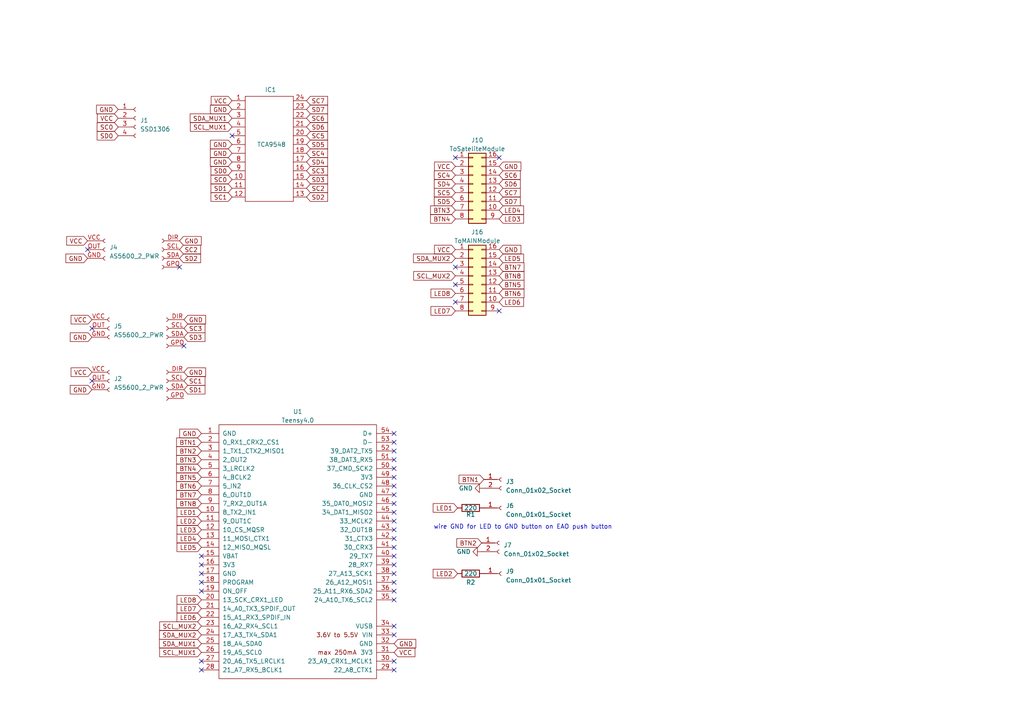
<source format=kicad_sch>
(kicad_sch (version 20230121) (generator eeschema)
  (paper "A4")
  (lib_symbols
    (symbol "Conn_01x03_Socket_1" (pin_names (offset 1.016) hide)
      (property "Reference" "J5" (at 1.27 0.635 0))
      (property "Value" "AS5600_2_PWR" (at 1.27 -1.905 0))
      (symbol "Conn_01x03_Socket_1_1_1"
        (arc (start 0 -2.032) (mid -0.5058 -2.54) (end 0 -3.048) (stroke (width 0.1524)))
        (polyline (pts (xy -1.27 -2.54) (xy -0.508 -2.54)) (stroke (width 0.1524)))
        (polyline (pts (xy -1.27 0) (xy -0.508 0)) (stroke (width 0.1524)))
        (polyline (pts (xy -1.27 2.54) (xy -0.508 2.54)) (stroke (width 0.1524)))
        (polyline (pts (xy 17.78 -2.54) (xy 17.018 -2.54)) (stroke (width 0.1524)))
        (polyline (pts (xy 17.78 0) (xy 17.018 0)) (stroke (width 0.1524)))
        (polyline (pts (xy 17.78 2.54) (xy 17.018 2.54)) (stroke (width 0.1524)))
        (polyline (pts (xy 17.7822 -5.08) (xy 17.0202 -5.08)) (stroke (width 0.1524)))
        (arc (start 0 0.508) (mid -0.5058 0) (end 0 -0.508) (stroke (width 0.1524)))
        (arc (start 0 3.048) (mid -0.5058 2.54) (end 0 2.032) (stroke (width 0.1524)))
        (arc (start 16.51 -3.048) (mid 17.0158 -2.54) (end 16.51 -2.032) (stroke (width 0.1524)))
        (arc (start 16.51 -0.508) (mid 17.0158 0) (end 16.51 0.508) (stroke (width 0.1524)))
        (arc (start 16.51 2.032) (mid 17.0158 2.54) (end 16.51 3.048) (stroke (width 0.1524)))
        (arc (start 16.5122 -5.588) (mid 17.018 -5.08) (end 16.5122 -4.572) (stroke (width 0.1524)))
        (pin passive line (at 21.59 2.54 180) (length 3.81) (name "Pin_4") (number "DIR"))
        (pin passive line (at -5.08 -2.54 0) (length 3.81) (name "Pin_3") (number "GND"))
        (pin passive line (at 21.59 -5.08 180) (length 3.81) (name "Pin_7") (number "GPO"))
        (pin passive line (at -5.08 0 0) (length 3.81) (name "Pin_2") (number "OUT"))
        (pin passive line (at 21.59 0 180) (length 3.81) (name "Pin_5") (number "SCL"))
        (pin passive line (at 21.59 -2.54 180) (length 3.81) (name "Pin_6") (number "SDA"))
        (pin passive line (at -5.08 2.54 0) (length 3.81) (name "Pin_1") (number "VCC"))
      )
    )
    (symbol "Conn_01x12_Socket_1" (pin_names (offset 1.016) hide)
      (property "Reference" "IC1" (at -1.905 15.875 0))
      (property "Value" "TCA9548" (at 0 0 0))
      (symbol "Conn_01x12_Socket_1_1_1"
        (rectangle (start -7.62 13.97) (end 6.35 -16.51))
        (pin passive line (at -11.43 12.7 0) (length 3.81) (name "VCC") (number "1"))
        (pin passive line (at -11.43 -10.16 0) (length 3.81) (name "SC0") (number "10"))
        (pin passive line (at -11.43 -12.7 0) (length 3.81) (name "SD1") (number "11"))
        (pin passive line (at -11.43 -15.24 0) (length 3.81) (name "SC1") (number "12"))
        (pin passive line (at 10.16 -15.24 180) (length 3.81) (name "SD2") (number "13"))
        (pin passive line (at 10.16 -12.7 180) (length 3.81) (name "SC2") (number "14"))
        (pin passive line (at 10.16 -10.16 180) (length 3.81) (name "SD3") (number "15"))
        (pin passive line (at 10.16 -7.62 180) (length 3.81) (name "SC3") (number "16"))
        (pin passive line (at 10.16 -5.08 180) (length 3.81) (name "SD4") (number "17"))
        (pin passive line (at 10.16 -2.54 180) (length 3.81) (name "SC4") (number "18"))
        (pin passive line (at 10.16 0 180) (length 3.81) (name "SD5") (number "19"))
        (pin passive line (at -11.43 10.16 0) (length 3.81) (name "GND") (number "2"))
        (pin passive line (at 10.16 2.54 180) (length 3.81) (name "SC5") (number "20"))
        (pin passive line (at 10.16 5.08 180) (length 3.81) (name "SD6") (number "21"))
        (pin passive line (at 10.16 7.62 180) (length 3.81) (name "SC6") (number "22"))
        (pin passive line (at 10.16 10.16 180) (length 3.81) (name "SD7") (number "23"))
        (pin passive line (at 10.16 12.7 180) (length 3.81) (name "SC7") (number "24"))
        (pin passive line (at -11.43 7.62 0) (length 3.81) (name "SDA") (number "3"))
        (pin passive line (at -11.43 5.08 0) (length 3.81) (name "SCL") (number "4"))
        (pin passive line (at -11.43 2.54 0) (length 3.81) (name "Pin_5") (number "5"))
        (pin passive line (at -11.43 0 0) (length 3.81) (name "A0") (number "6"))
        (pin passive line (at -11.43 -2.54 0) (length 3.81) (name "A1") (number "7"))
        (pin passive line (at -11.43 -5.08 0) (length 3.81) (name "A2") (number "8"))
        (pin passive line (at -11.43 -7.62 0) (length 3.81) (name "SD0") (number "9"))
      )
    )
    (symbol "Connector:Conn_01x01_Socket" (pin_names (offset 1.016) hide)
      (property "Reference" "J" (at 0 2.54 0))
      (property "Value" "Conn_01x01_Socket" (at 0 -2.54 0))
      (symbol "Conn_01x01_Socket_1_1"
        (polyline (pts (xy -1.27 0) (xy -0.508 0)) (stroke (width 0.1524)))
        (arc (start 0 0.508) (mid -0.5058 0) (end 0 -0.508) (stroke (width 0.1524)))
        (pin passive line (at -5.08 0 0) (length 3.81) (name "Pin_1") (number "1"))
      )
    )
    (symbol "Connector:Conn_01x02_Socket" (pin_names (offset 1.016) hide)
      (property "Reference" "J" (at 0 2.54 0))
      (property "Value" "Conn_01x02_Socket" (at 0 -5.08 0))
      (symbol "Conn_01x02_Socket_1_1"
        (arc (start 0 -2.032) (mid -0.5058 -2.54) (end 0 -3.048) (stroke (width 0.1524)))
        (polyline (pts (xy -1.27 -2.54) (xy -0.508 -2.54)) (stroke (width 0.1524)))
        (polyline (pts (xy -1.27 0) (xy -0.508 0)) (stroke (width 0.1524)))
        (arc (start 0 0.508) (mid -0.5058 0) (end 0 -0.508) (stroke (width 0.1524)))
        (pin passive line (at -5.08 0 0) (length 3.81) (name "Pin_1") (number "1"))
        (pin passive line (at -5.08 -2.54 0) (length 3.81) (name "Pin_2") (number "2"))
      )
    )
    (symbol "Connector:Conn_01x04_Socket" (pin_names (offset 1.016) hide)
      (property "Reference" "J" (at 0 5.08 0))
      (property "Value" "Conn_01x04_Socket" (at 0 -7.62 0))
      (symbol "Conn_01x04_Socket_1_1"
        (arc (start 0 -4.572) (mid -0.5058 -5.08) (end 0 -5.588) (stroke (width 0.1524)))
        (arc (start 0 -2.032) (mid -0.5058 -2.54) (end 0 -3.048) (stroke (width 0.1524)))
        (polyline (pts (xy -1.27 -5.08) (xy -0.508 -5.08)) (stroke (width 0.1524)))
        (polyline (pts (xy -1.27 -2.54) (xy -0.508 -2.54)) (stroke (width 0.1524)))
        (polyline (pts (xy -1.27 0) (xy -0.508 0)) (stroke (width 0.1524)))
        (polyline (pts (xy -1.27 2.54) (xy -0.508 2.54)) (stroke (width 0.1524)))
        (arc (start 0 0.508) (mid -0.5058 0) (end 0 -0.508) (stroke (width 0.1524)))
        (arc (start 0 3.048) (mid -0.5058 2.54) (end 0 2.032) (stroke (width 0.1524)))
        (pin passive line (at -5.08 2.54 0) (length 3.81) (name "Pin_1") (number "1"))
        (pin passive line (at -5.08 0 0) (length 3.81) (name "Pin_2") (number "2"))
        (pin passive line (at -5.08 -2.54 0) (length 3.81) (name "Pin_3") (number "3"))
        (pin passive line (at -5.08 -5.08 0) (length 3.81) (name "Pin_4") (number "4"))
      )
    )
    (symbol "Connector_Generic:Conn_02x08_Counter_Clockwise" (pin_names (offset 1.016) hide)
      (property "Reference" "J" (at 1.27 10.16 0))
      (property "Value" "Conn_02x08_Counter_Clockwise" (at 1.27 -12.7 0))
      (symbol "Conn_02x08_Counter_Clockwise_1_1"
        (rectangle (start -1.27 -10.033) (end 0 -10.287) (stroke (width 0.1524)))
        (rectangle (start -1.27 -7.493) (end 0 -7.747) (stroke (width 0.1524)))
        (rectangle (start -1.27 -4.953) (end 0 -5.207) (stroke (width 0.1524)))
        (rectangle (start -1.27 -2.413) (end 0 -2.667) (stroke (width 0.1524)))
        (rectangle (start -1.27 0.127) (end 0 -0.127) (stroke (width 0.1524)))
        (rectangle (start -1.27 2.667) (end 0 2.413) (stroke (width 0.1524)))
        (rectangle (start -1.27 5.207) (end 0 4.953) (stroke (width 0.1524)))
        (rectangle (start -1.27 7.747) (end 0 7.493) (stroke (width 0.1524)))
        (rectangle (start -1.27 8.89) (end 3.81 -11.43) (stroke (width 0.254)) (fill (type background)))
        (rectangle (start 3.81 -10.033) (end 2.54 -10.287) (stroke (width 0.1524)))
        (rectangle (start 3.81 -7.493) (end 2.54 -7.747) (stroke (width 0.1524)))
        (rectangle (start 3.81 -4.953) (end 2.54 -5.207) (stroke (width 0.1524)))
        (rectangle (start 3.81 -2.413) (end 2.54 -2.667) (stroke (width 0.1524)))
        (rectangle (start 3.81 0.127) (end 2.54 -0.127) (stroke (width 0.1524)))
        (rectangle (start 3.81 2.667) (end 2.54 2.413) (stroke (width 0.1524)))
        (rectangle (start 3.81 5.207) (end 2.54 4.953) (stroke (width 0.1524)))
        (rectangle (start 3.81 7.747) (end 2.54 7.493) (stroke (width 0.1524)))
        (pin passive line (at -5.08 7.62 0) (length 3.81) (name "Pin_1") (number "1"))
        (pin passive line (at 7.62 -7.62 180) (length 3.81) (name "Pin_10") (number "10"))
        (pin passive line (at 7.62 -5.08 180) (length 3.81) (name "Pin_11") (number "11"))
        (pin passive line (at 7.62 -2.54 180) (length 3.81) (name "Pin_12") (number "12"))
        (pin passive line (at 7.62 0 180) (length 3.81) (name "Pin_13") (number "13"))
        (pin passive line (at 7.62 2.54 180) (length 3.81) (name "Pin_14") (number "14"))
        (pin passive line (at 7.62 5.08 180) (length 3.81) (name "Pin_15") (number "15"))
        (pin passive line (at 7.62 7.62 180) (length 3.81) (name "Pin_16") (number "16"))
        (pin passive line (at -5.08 5.08 0) (length 3.81) (name "Pin_2") (number "2"))
        (pin passive line (at -5.08 2.54 0) (length 3.81) (name "Pin_3") (number "3"))
        (pin passive line (at -5.08 0 0) (length 3.81) (name "Pin_4") (number "4"))
        (pin passive line (at -5.08 -2.54 0) (length 3.81) (name "Pin_5") (number "5"))
        (pin passive line (at -5.08 -5.08 0) (length 3.81) (name "Pin_6") (number "6"))
        (pin passive line (at -5.08 -7.62 0) (length 3.81) (name "Pin_7") (number "7"))
        (pin passive line (at -5.08 -10.16 0) (length 3.81) (name "Pin_8") (number "8"))
        (pin passive line (at 7.62 -10.16 180) (length 3.81) (name "Pin_9") (number "9"))
      )
    )
    (symbol "Device:R" (pin_numbers hide) (pin_names (offset 0))
      (property "Reference" "R" (at 2.032 0 90))
      (property "Value" "R" (at 0 0 90))
      (symbol "R_0_1"
        (rectangle (start -1.016 -2.54) (end 1.016 2.54) (stroke (width 0.254)))
      )
      (symbol "R_1_1"
        (pin passive line (at 0 3.81 270) (length 1.27) (name "~") (number "1"))
        (pin passive line (at 0 -3.81 90) (length 1.27) (name "~") (number "2"))
      )
    )
    (symbol "Teensy:Teensy4.0" (pin_names (offset 1.016))
      (property "Reference" "U" (at 0 39.37 0))
      (property "Value" "Teensy4.0" (at 0 -39.37 0))
      (symbol "Teensy4.0_0_0"
        (text "3.6V to 5.5V" (at 11.43 -24.13 0) (effects (font (size 1.27 1.27))))
        (text "max 250mA" (at 11.43 -29.21 0) (effects (font (size 1.27 1.27))))
        (pin bidirectional line (at -27.94 11.43 0) (length 5.08) (name "8_TX2_IN1") (number "10"))
        (pin bidirectional line (at -27.94 8.89 0) (length 5.08) (name "9_OUT1C") (number "11"))
        (pin bidirectional line (at -27.94 6.35 0) (length 5.08) (name "10_CS_MQSR") (number "12"))
        (pin bidirectional line (at -27.94 3.81 0) (length 5.08) (name "11_MOSI_CTX1") (number "13"))
        (pin bidirectional line (at -27.94 1.27 0) (length 5.08) (name "12_MISO_MQSL") (number "14"))
        (pin power_in line (at -27.94 -1.27 0) (length 5.08) (name "VBAT") (number "15"))
        (pin power_in line (at -27.94 -3.81 0) (length 5.08) (name "3V3") (number "16"))
        (pin power_in line (at -27.94 -6.35 0) (length 5.08) (name "GND") (number "17"))
        (pin input line (at -27.94 -8.89 0) (length 5.08) (name "PROGRAM") (number "18"))
        (pin input line (at -27.94 -11.43 0) (length 5.08) (name "ON_OFF") (number "19"))
        (pin bidirectional line (at -27.94 -13.97 0) (length 5.08) (name "13_SCK_CRX1_LED") (number "20"))
        (pin bidirectional line (at -27.94 -16.51 0) (length 5.08) (name "14_A0_TX3_SPDIF_OUT") (number "21"))
        (pin bidirectional line (at -27.94 -19.05 0) (length 5.08) (name "15_A1_RX3_SPDIF_IN") (number "22"))
        (pin bidirectional line (at -27.94 -21.59 0) (length 5.08) (name "16_A2_RX4_SCL1") (number "23"))
        (pin bidirectional line (at -27.94 -24.13 0) (length 5.08) (name "17_A3_TX4_SDA1") (number "24"))
        (pin bidirectional line (at -27.94 -26.67 0) (length 5.08) (name "18_A4_SDA0") (number "25"))
        (pin bidirectional line (at -27.94 -29.21 0) (length 5.08) (name "19_A5_SCL0") (number "26"))
        (pin bidirectional line (at -27.94 -31.75 0) (length 5.08) (name "20_A6_TX5_LRCLK1") (number "27"))
        (pin bidirectional line (at -27.94 -34.29 0) (length 5.08) (name "21_A7_RX5_BCLK1") (number "28"))
        (pin bidirectional line (at 27.94 -34.29 180) (length 5.08) (name "22_A8_CTX1") (number "29"))
        (pin bidirectional line (at 27.94 -31.75 180) (length 5.08) (name "23_A9_CRX1_MCLK1") (number "30"))
        (pin power_out line (at 27.94 -29.21 180) (length 5.08) (name "3V3") (number "31"))
        (pin power_in line (at 27.94 -26.67 180) (length 5.08) (name "GND") (number "32"))
        (pin power_in line (at 27.94 -24.13 180) (length 5.08) (name "VIN") (number "33"))
        (pin power_out line (at 27.94 -21.59 180) (length 5.08) (name "VUSB") (number "34"))
        (pin bidirectional line (at 27.94 -13.97 180) (length 5.08) (name "24_A10_TX6_SCL2") (number "35"))
        (pin bidirectional line (at 27.94 -11.43 180) (length 5.08) (name "25_A11_RX6_SDA2") (number "36"))
        (pin bidirectional line (at 27.94 -8.89 180) (length 5.08) (name "26_A12_MOSI1") (number "37"))
        (pin bidirectional line (at 27.94 -6.35 180) (length 5.08) (name "27_A13_SCK1") (number "38"))
        (pin bidirectional line (at 27.94 -3.81 180) (length 5.08) (name "28_RX7") (number "39"))
        (pin bidirectional line (at 27.94 -1.27 180) (length 5.08) (name "29_TX7") (number "40"))
        (pin bidirectional line (at 27.94 1.27 180) (length 5.08) (name "30_CRX3") (number "41"))
        (pin bidirectional line (at 27.94 3.81 180) (length 5.08) (name "31_CTX3") (number "42"))
        (pin bidirectional line (at 27.94 6.35 180) (length 5.08) (name "32_OUT1B") (number "43"))
        (pin bidirectional line (at 27.94 8.89 180) (length 5.08) (name "33_MCLK2") (number "44"))
        (pin bidirectional line (at 27.94 11.43 180) (length 5.08) (name "34_DAT1_MISO2") (number "45"))
        (pin bidirectional line (at 27.94 13.97 180) (length 5.08) (name "35_DAT0_MOSI2") (number "46"))
        (pin power_out line (at 27.94 16.51 180) (length 5.08) (name "GND") (number "47"))
        (pin bidirectional line (at 27.94 19.05 180) (length 5.08) (name "36_CLK_CS2") (number "48"))
        (pin power_out line (at 27.94 21.59 180) (length 5.08) (name "3V3") (number "49"))
        (pin bidirectional line (at -27.94 24.13 0) (length 5.08) (name "3_LRCLK2") (number "5"))
        (pin bidirectional line (at 27.94 24.13 180) (length 5.08) (name "37_CMD_SCK2") (number "50"))
        (pin bidirectional line (at 27.94 26.67 180) (length 5.08) (name "38_DAT3_RX5") (number "51"))
        (pin bidirectional line (at 27.94 29.21 180) (length 5.08) (name "39_DAT2_TX5") (number "52"))
        (pin bidirectional line (at 27.94 31.75 180) (length 5.08) (name "D-") (number "53"))
        (pin bidirectional line (at 27.94 34.29 180) (length 5.08) (name "D+") (number "54"))
        (pin bidirectional line (at -27.94 21.59 0) (length 5.08) (name "4_BCLK2") (number "6"))
        (pin bidirectional line (at -27.94 19.05 0) (length 5.08) (name "5_IN2") (number "7"))
        (pin bidirectional line (at -27.94 16.51 0) (length 5.08) (name "6_OUT1D") (number "8"))
        (pin bidirectional line (at -27.94 13.97 0) (length 5.08) (name "7_RX2_OUT1A") (number "9"))
      )
      (symbol "Teensy4.0_0_1"
        (rectangle (start -22.86 36.83) (end 22.86 -36.83))
        (rectangle (start -20.32 -31.75) (end -20.32 -31.75))
      )
      (symbol "Teensy4.0_1_1"
        (pin power_in line (at -27.94 34.29 0) (length 5.08) (name "GND") (number "1"))
        (pin bidirectional line (at -27.94 31.75 0) (length 5.08) (name "0_RX1_CRX2_CS1") (number "2"))
        (pin bidirectional line (at -27.94 29.21 0) (length 5.08) (name "1_TX1_CTX2_MISO1") (number "3"))
        (pin bidirectional line (at -27.94 26.67 0) (length 5.08) (name "2_OUT2") (number "4"))
      )
    )
    (symbol "power:GND" (power) (pin_names (offset 0))
      (property "Value" "GND" (at 0 -3.81 0))
      (symbol "GND_0_1"
        (polyline (pts (xy 0 0) (xy 0 -1.27) (xy 1.27 -1.27) (xy 0 -2.54) (xy -1.27 -1.27) (xy 0 -1.27)))
      )
      (symbol "GND_1_1"
        (pin power_in line (at 0 0 270) (length 0) hide (name "GND") (number "1"))
      )
    )
  )
  (no_connect (at 58.42 168.91))
  (no_connect (at 114.3 161.29))
  (no_connect (at 58.42 166.37))
  (no_connect (at 114.3 184.15))
  (no_connect (at 114.3 143.51))
  (no_connect (at 132.08 82.55))
  (no_connect (at 114.3 151.13))
  (no_connect (at 114.3 133.35))
  (no_connect (at 114.3 140.97))
  (no_connect (at 114.3 128.27))
  (no_connect (at 114.3 173.99))
  (no_connect (at 114.3 168.91))
  (no_connect (at 114.3 163.83))
  (no_connect (at 132.08 45.72))
  (no_connect (at 58.42 191.77))
  (no_connect (at 114.3 148.59))
  (no_connect (at 114.3 156.21))
  (no_connect (at 25.4 72.39))
  (no_connect (at 114.3 171.45))
  (no_connect (at 114.3 181.61))
  (no_connect (at 67.31 39.37))
  (no_connect (at 58.42 171.45))
  (no_connect (at 58.42 163.83))
  (no_connect (at 132.08 87.63))
  (no_connect (at 58.42 161.29))
  (no_connect (at 53.34 100.33))
  (no_connect (at 114.3 194.31))
  (no_connect (at 114.3 146.05))
  (no_connect (at 114.3 158.75))
  (no_connect (at 114.3 191.77))
  (no_connect (at 26.67 110.49))
  (no_connect (at 114.3 166.37))
  (no_connect (at 144.78 90.17))
  (no_connect (at 114.3 135.89))
  (no_connect (at 144.78 45.72))
  (no_connect (at 52.07 77.47))
  (no_connect (at 114.3 130.81))
  (no_connect (at 114.3 153.67))
  (no_connect (at 58.42 194.31))
  (no_connect (at 132.08 77.47))
  (no_connect (at 114.3 138.43))
  (no_connect (at 114.3 125.73))
  (no_connect (at 26.67 95.25))
  (text "wire GND for LED to GND button on EAO push button " (at 125.73 153.67 0) (effects (font (size 1.27 1.27)) (justify left bottom)))
  (global_label "VCC" (shape input) (at 114.3 189.23 0) (property "Intersheetrefs" "${INTERSHEET_REFS}" (effects hide)))
  (global_label "SC5" (shape input) (at 88.9 39.37 0) (property "Intersheetrefs" "${INTERSHEET_REFS}" (effects hide)))
  (global_label "BTN6" (shape input) (at 58.42 140.97 180) (property "Intersheetrefs" "${INTERSHEET_REFS}" (effects hide)))
  (global_label "GND" (shape input) (at 26.67 113.03 180) (property "Intersheetrefs" "${INTERSHEET_REFS}" (effects hide)))
  (global_label "GND" (shape input) (at 144.78 48.26 0) (property "Intersheetrefs" "${INTERSHEET_REFS}" (effects hide)))
  (global_label "SC1" (shape input) (at 67.31 57.15 180) (property "Intersheetrefs" "${INTERSHEET_REFS}" (effects hide)))
  (global_label "BTN6" (shape input) (at 144.78 85.09 0) (property "Intersheetrefs" "${INTERSHEET_REFS}" (effects hide)))
  (global_label "BTN8" (shape input) (at 58.42 146.05 180) (property "Intersheetrefs" "${INTERSHEET_REFS}" (effects hide)))
  (global_label "SD5" (shape input) (at 88.9 41.91 0) (property "Intersheetrefs" "${INTERSHEET_REFS}" (effects hide)))
  (global_label "SD3" (shape input) (at 88.9 52.07 0) (property "Intersheetrefs" "${INTERSHEET_REFS}" (effects hide)))
  (global_label "SC4" (shape input) (at 88.9 44.45 0) (property "Intersheetrefs" "${INTERSHEET_REFS}" (effects hide)))
  (global_label "LED6" (shape input) (at 144.78 87.63 0) (property "Intersheetrefs" "${INTERSHEET_REFS}" (effects hide)))
  (global_label "BTN3" (shape input) (at 58.42 133.35 180) (property "Intersheetrefs" "${INTERSHEET_REFS}" (effects hide)))
  (global_label "VCC" (shape input) (at 26.67 107.95 180) (property "Intersheetrefs" "${INTERSHEET_REFS}" (effects hide)))
  (global_label "SCL_MUX1" (shape input) (at 58.42 189.23 180) (property "Intersheetrefs" "${INTERSHEET_REFS}" (effects hide)))
  (global_label "BTN1" (shape input) (at 140.335 139.065 180) (property "Intersheetrefs" "${INTERSHEET_REFS}" (effects hide)))
  (global_label "SC6" (shape input) (at 88.9 34.29 0) (property "Intersheetrefs" "${INTERSHEET_REFS}" (effects hide)))
  (global_label "GND" (shape input) (at 25.4 74.93 180) (property "Intersheetrefs" "${INTERSHEET_REFS}" (effects hide)))
  (global_label "LED4" (shape input) (at 144.78 60.96 0) (property "Intersheetrefs" "${INTERSHEET_REFS}" (effects hide)))
  (global_label "BTN7" (shape input) (at 58.42 143.51 180) (property "Intersheetrefs" "${INTERSHEET_REFS}" (effects hide)))
  (global_label "BTN5" (shape input) (at 144.78 82.55 0) (property "Intersheetrefs" "${INTERSHEET_REFS}" (effects hide)))
  (global_label "GND" (shape input) (at 67.31 46.99 180) (property "Intersheetrefs" "${INTERSHEET_REFS}" (effects hide)))
  (global_label "SD1" (shape input) (at 67.31 54.61 180) (property "Intersheetrefs" "${INTERSHEET_REFS}" (effects hide)))
  (global_label "SD6" (shape input) (at 88.9 36.83 0) (property "Intersheetrefs" "${INTERSHEET_REFS}" (effects hide)))
  (global_label "SD7" (shape input) (at 88.9 31.75 0) (property "Intersheetrefs" "${INTERSHEET_REFS}" (effects hide)))
  (global_label "GND" (shape input) (at 52.07 69.85 0) (property "Intersheetrefs" "${INTERSHEET_REFS}" (effects hide)))
  (global_label "SD3" (shape input) (at 53.34 97.79 0) (property "Intersheetrefs" "${INTERSHEET_REFS}" (effects hide)))
  (global_label "LED5" (shape input) (at 144.78 74.93 0) (property "Intersheetrefs" "${INTERSHEET_REFS}" (effects hide)))
  (global_label "SCL_MUX2" (shape input) (at 132.08 80.01 180) (property "Intersheetrefs" "${INTERSHEET_REFS}" (effects hide)))
  (global_label "SC1" (shape input) (at 53.34 110.49 0) (property "Intersheetrefs" "${INTERSHEET_REFS}" (effects hide)))
  (global_label "SC3" (shape input) (at 88.9 49.53 0) (property "Intersheetrefs" "${INTERSHEET_REFS}" (effects hide)))
  (global_label "GND" (shape input) (at 53.34 107.95 0) (property "Intersheetrefs" "${INTERSHEET_REFS}" (effects hide)))
  (global_label "SD4" (shape input) (at 132.08 53.34 180) (property "Intersheetrefs" "${INTERSHEET_REFS}" (effects hide)))
  (global_label "SCL_MUX2" (shape input) (at 58.42 181.61 180) (property "Intersheetrefs" "${INTERSHEET_REFS}" (effects hide)))
  (global_label "LED1" (shape input) (at 58.42 148.59 180) (property "Intersheetrefs" "${INTERSHEET_REFS}" (effects hide)))
  (global_label "SC7" (shape input) (at 88.9 29.21 0) (property "Intersheetrefs" "${INTERSHEET_REFS}" (effects hide)))
  (global_label "BTN4" (shape input) (at 132.08 63.5 180) (property "Intersheetrefs" "${INTERSHEET_REFS}" (effects hide)))
  (global_label "VCC" (shape input) (at 132.08 72.39 180) (property "Intersheetrefs" "${INTERSHEET_REFS}" (effects hide)))
  (global_label "SC2" (shape input) (at 52.07 72.39 0) (property "Intersheetrefs" "${INTERSHEET_REFS}" (effects hide)))
  (global_label "SD5" (shape input) (at 132.08 58.42 180) (property "Intersheetrefs" "${INTERSHEET_REFS}" (effects hide)))
  (global_label "BTN2" (shape input) (at 139.7 157.48 180) (property "Intersheetrefs" "${INTERSHEET_REFS}" (effects hide)))
  (global_label "VCC" (shape input) (at 34.29 34.29 180) (property "Intersheetrefs" "${INTERSHEET_REFS}" (effects hide)))
  (global_label "GND" (shape input) (at 67.31 41.91 180) (property "Intersheetrefs" "${INTERSHEET_REFS}" (effects hide)))
  (global_label "SC2" (shape input) (at 88.9 54.61 0) (property "Intersheetrefs" "${INTERSHEET_REFS}" (effects hide)))
  (global_label "GND" (shape input) (at 67.31 31.75 180) (property "Intersheetrefs" "${INTERSHEET_REFS}" (effects hide)))
  (global_label "LED2" (shape input) (at 132.715 166.37 180) (property "Intersheetrefs" "${INTERSHEET_REFS}" (effects hide)))
  (global_label "VCC" (shape input) (at 132.08 48.26 180) (property "Intersheetrefs" "${INTERSHEET_REFS}" (effects hide)))
  (global_label "SD0" (shape input) (at 34.29 39.37 180) (property "Intersheetrefs" "${INTERSHEET_REFS}" (effects hide)))
  (global_label "SC3" (shape input) (at 53.34 95.25 0) (property "Intersheetrefs" "${INTERSHEET_REFS}" (effects hide)))
  (global_label "LED3" (shape input) (at 144.78 63.5 0) (property "Intersheetrefs" "${INTERSHEET_REFS}" (effects hide)))
  (global_label "LED4" (shape input) (at 58.42 156.21 180) (property "Intersheetrefs" "${INTERSHEET_REFS}" (effects hide)))
  (global_label "VCC" (shape input) (at 26.67 92.71 180) (property "Intersheetrefs" "${INTERSHEET_REFS}" (effects hide)))
  (global_label "LED2" (shape input) (at 58.42 151.13 180) (property "Intersheetrefs" "${INTERSHEET_REFS}" (effects hide)))
  (global_label "SC0" (shape input) (at 34.29 36.83 180) (property "Intersheetrefs" "${INTERSHEET_REFS}" (effects hide)))
  (global_label "SD4" (shape input) (at 88.9 46.99 0) (property "Intersheetrefs" "${INTERSHEET_REFS}" (effects hide)))
  (global_label "LED7" (shape input) (at 132.08 90.17 180) (property "Intersheetrefs" "${INTERSHEET_REFS}" (effects hide)))
  (global_label "SD1" (shape input) (at 53.34 113.03 0) (property "Intersheetrefs" "${INTERSHEET_REFS}" (effects hide)))
  (global_label "GND" (shape input) (at 114.3 186.69 0) (property "Intersheetrefs" "${INTERSHEET_REFS}" (effects hide)))
  (global_label "GND" (shape input) (at 144.78 72.39 0) (property "Intersheetrefs" "${INTERSHEET_REFS}" (effects hide)))
  (global_label "SD6" (shape input) (at 144.78 53.34 0) (property "Intersheetrefs" "${INTERSHEET_REFS}" (effects hide)))
  (global_label "SC5" (shape input) (at 132.08 55.88 180) (property "Intersheetrefs" "${INTERSHEET_REFS}" (effects hide)))
  (global_label "BTN3" (shape input) (at 132.08 60.96 180) (property "Intersheetrefs" "${INTERSHEET_REFS}" (effects hide)))
  (global_label "SDA_MUX1" (shape input) (at 58.42 186.69 180) (property "Intersheetrefs" "${INTERSHEET_REFS}" (effects hide)))
  (global_label "GND" (shape input) (at 34.29 31.75 180) (property "Intersheetrefs" "${INTERSHEET_REFS}" (effects hide)))
  (global_label "LED6" (shape input) (at 58.42 179.07 180) (property "Intersheetrefs" "${INTERSHEET_REFS}" (effects hide)))
  (global_label "LED8" (shape input) (at 132.08 85.09 180) (property "Intersheetrefs" "${INTERSHEET_REFS}" (effects hide)))
  (global_label "LED3" (shape input) (at 58.42 153.67 180) (property "Intersheetrefs" "${INTERSHEET_REFS}" (effects hide)))
  (global_label "GND" (shape input) (at 58.42 125.73 180) (property "Intersheetrefs" "${INTERSHEET_REFS}" (effects hide)))
  (global_label "SC6" (shape input) (at 144.78 50.8 0) (property "Intersheetrefs" "${INTERSHEET_REFS}" (effects hide)))
  (global_label "BTN7" (shape input) (at 144.78 77.47 0) (property "Intersheetrefs" "${INTERSHEET_REFS}" (effects hide)))
  (global_label "BTN2" (shape input) (at 58.42 130.81 180) (property "Intersheetrefs" "${INTERSHEET_REFS}" (effects hide)))
  (global_label "SCL_MUX1" (shape input) (at 67.31 36.83 180) (property "Intersheetrefs" "${INTERSHEET_REFS}" (effects hide)))
  (global_label "VCC" (shape input) (at 25.4 69.85 180) (property "Intersheetrefs" "${INTERSHEET_REFS}" (effects hide)))
  (global_label "VCC" (shape input) (at 67.31 29.21 180) (property "Intersheetrefs" "${INTERSHEET_REFS}" (effects hide)))
  (global_label "BTN8" (shape input) (at 144.78 80.01 0) (property "Intersheetrefs" "${INTERSHEET_REFS}" (effects hide)))
  (global_label "SC7" (shape input) (at 144.78 55.88 0) (property "Intersheetrefs" "${INTERSHEET_REFS}" (effects hide)))
  (global_label "BTN5" (shape input) (at 58.42 138.43 180) (property "Intersheetrefs" "${INTERSHEET_REFS}" (effects hide)))
  (global_label "GND" (shape input) (at 26.67 97.79 180) (property "Intersheetrefs" "${INTERSHEET_REFS}" (effects hide)))
  (global_label "LED5" (shape input) (at 58.42 158.75 180) (property "Intersheetrefs" "${INTERSHEET_REFS}" (effects hide)))
  (global_label "SD2" (shape input) (at 88.9 57.15 0) (property "Intersheetrefs" "${INTERSHEET_REFS}" (effects hide)))
  (global_label "LED1" (shape input) (at 132.715 147.32 180) (property "Intersheetrefs" "${INTERSHEET_REFS}" (effects hide)))
  (global_label "SDA_MUX2" (shape input) (at 58.42 184.15 180) (property "Intersheetrefs" "${INTERSHEET_REFS}" (effects hide)))
  (global_label "GND" (shape input) (at 67.31 44.45 180) (property "Intersheetrefs" "${INTERSHEET_REFS}" (effects hide)))
  (global_label "LED8" (shape input) (at 58.42 173.99 180) (property "Intersheetrefs" "${INTERSHEET_REFS}" (effects hide)))
  (global_label "SD7" (shape input) (at 144.78 58.42 0) (property "Intersheetrefs" "${INTERSHEET_REFS}" (effects hide)))
  (global_label "GND" (shape input) (at 53.34 92.71 0) (property "Intersheetrefs" "${INTERSHEET_REFS}" (effects hide)))
  (global_label "SC0" (shape input) (at 67.31 52.07 180) (property "Intersheetrefs" "${INTERSHEET_REFS}" (effects hide)))
  (global_label "SDA_MUX2" (shape input) (at 132.08 74.93 180) (property "Intersheetrefs" "${INTERSHEET_REFS}" (effects hide)))
  (global_label "SD2" (shape input) (at 52.07 74.93 0) (property "Intersheetrefs" "${INTERSHEET_REFS}" (effects hide)))
  (global_label "SDA_MUX1" (shape input) (at 67.31 34.29 180) (property "Intersheetrefs" "${INTERSHEET_REFS}" (effects hide)))
  (global_label "SD0" (shape input) (at 67.31 49.53 180) (property "Intersheetrefs" "${INTERSHEET_REFS}" (effects hide)))
  (global_label "BTN1" (shape input) (at 58.42 128.27 180) (property "Intersheetrefs" "${INTERSHEET_REFS}" (effects hide)))
  (global_label "LED7" (shape input) (at 58.42 176.53 180) (property "Intersheetrefs" "${INTERSHEET_REFS}" (effects hide)))
  (global_label "BTN4" (shape input) (at 58.42 135.89 180) (property "Intersheetrefs" "${INTERSHEET_REFS}" (effects hide)))
  (global_label "SC4" (shape input) (at 132.08 50.8 180) (property "Intersheetrefs" "${INTERSHEET_REFS}" (effects hide)))
  (symbol (lib_id "Connector:Conn_01x01_Socket") (at 145.415 147.32 0) (unit 1)
    (property "Reference" "J6" (at 146.685 146.685 0) (effects (justify left)))
    (property "Value" "Conn_01x01_Socket" (at 146.685 149.225 0) (effects (justify left)))
    (property "Footprint" "Connector_PinHeader_2.54mm:PinHeader_1x01_P2.54mm_Vertical" (effects hide))
  )
  (symbol (lib_name "Conn_01x03_Socket_1") (lib_id "Connector:Conn_01x03_Socket") (at 30.48 72.39 0) (unit 1)
    (property "Reference" "J4" (at 31.75 71.755 0) (effects (justify left)))
    (property "Value" "AS5600_2_PWR" (at 31.75 74.295 0) (effects (justify left)))
    (property "Footprint" "SSD1306:AS5600" (effects hide))
  )
  (symbol (lib_id "Connector:Conn_01x01_Socket") (at 145.415 166.37 0) (unit 1)
    (property "Reference" "J9" (at 146.685 165.735 0) (effects (justify left)))
    (property "Value" "Conn_01x01_Socket" (at 146.685 168.275 0) (effects (justify left)))
    (property "Footprint" "Connector_PinHeader_2.54mm:PinHeader_1x01_P2.54mm_Vertical" (effects hide))
  )
  (symbol (lib_id "Device:R") (at 136.525 147.32 270) (unit 1)
    (property "Reference" "R1" (at 136.525 149.225 90))
    (property "Value" "220" (at 136.525 147.32 90))
    (property "Footprint" "Resistor_SMD:R_0603_1608Metric_Pad0.98x0.95mm_HandSolder" (effects hide))
  )
  (symbol (lib_name "Conn_01x03_Socket_1") (lib_id "Connector:Conn_01x03_Socket") (at 31.75 110.49 0) (unit 1)
    (property "Reference" "J2" (at 33.02 109.855 0) (effects (justify left)))
    (property "Value" "AS5600_2_PWR" (at 33.02 112.395 0) (effects (justify left)))
    (property "Footprint" "SSD1306:AS5600" (effects hide))
  )
  (symbol (lib_id "power:GND") (at 139.7 160.02 270) (unit 1)
    (property "Reference" "#PWR01" (effects hide))
    (property "Value" "GND" (at 136.525 160.02 90) (effects (justify right)))
  )
  (symbol (lib_id "Connector:Conn_01x04_Socket") (at 39.37 34.29 0) (unit 1)
    (property "Reference" "J1" (at 40.64 34.925 0) (effects (justify left)))
    (property "Value" "SSD1306" (at 40.64 37.465 0) (effects (justify left)))
    (property "Footprint" "SSD1306:128x64OLED_25mm" (effects hide))
  )
  (symbol (lib_id "Connector:Conn_01x02_Socket") (at 144.78 157.48 0) (unit 1)
    (property "Reference" "J7" (at 146.05 158.115 0) (effects (justify left)))
    (property "Value" "Conn_01x02_Socket" (at 146.05 160.655 0) (effects (justify left)))
    (property "Footprint" "Connector_PinHeader_2.54mm:PinHeader_1x02_P2.54mm_Vertical" (effects hide))
  )
  (symbol (lib_id "Teensy:Teensy4.0") (at 86.36 160.02 0) (unit 1)
    (property "Reference" "U1" (at 86.36 119.38 0))
    (property "Value" "Teensy4.0" (at 86.36 121.92 0))
    (property "Footprint" "Teensy:Teensy40_SMT" (effects hide))
  )
  (symbol (lib_id "Connector_Generic:Conn_02x08_Counter_Clockwise") (at 137.16 80.01 0) (unit 1)
    (property "Reference" "J16" (at 138.43 67.31 0))
    (property "Value" "ToMAINModule" (at 138.43 69.85 0))
    (property "Footprint" "Connector_PinSocket_2.54mm:PinSocket_2x08_P2.54mm_Vertical" (effects hide))
  )
  (symbol (lib_id "Device:R") (at 136.525 166.37 270) (unit 1)
    (property "Reference" "R2" (at 136.525 168.91 90))
    (property "Value" "220" (at 136.525 166.37 90))
    (property "Footprint" "Resistor_SMD:R_0603_1608Metric_Pad0.98x0.95mm_HandSolder" (effects hide))
  )
  (symbol (lib_id "power:GND") (at 140.335 141.605 270) (unit 1)
    (property "Reference" "#PWR03" (effects hide))
    (property "Value" "GND" (at 137.16 141.605 90) (effects (justify right)))
  )
  (symbol (lib_id "Connector:Conn_01x02_Socket") (at 145.415 139.065 0) (unit 1)
    (property "Reference" "J3" (at 146.685 139.7 0) (effects (justify left)))
    (property "Value" "Conn_01x02_Socket" (at 146.685 142.24 0) (effects (justify left)))
    (property "Footprint" "Connector_PinHeader_2.54mm:PinHeader_1x02_P2.54mm_Vertical" (effects hide))
  )
  (symbol (lib_id "Connector_Generic:Conn_02x08_Counter_Clockwise") (at 137.16 53.34 0) (unit 1)
    (property "Reference" "J10" (at 138.43 40.64 0))
    (property "Value" "ToSateliteModule" (at 138.43 43.18 0))
    (property "Footprint" "Connector_PinSocket_2.54mm:PinSocket_2x08_P2.54mm_Vertical" (effects hide))
  )
  (symbol (lib_name "Conn_01x03_Socket_1") (lib_id "Connector:Conn_01x03_Socket") (at 31.75 95.25 0) (unit 1)
    (property "Reference" "J5" (at 33.02 94.615 0) (effects (justify left)))
    (property "Value" "AS5600_2_PWR" (at 33.02 97.155 0) (effects (justify left)))
    (property "Footprint" "SSD1306:AS5600" (effects hide))
  )
  (symbol (lib_name "Conn_01x12_Socket_1") (lib_id "Connector:Conn_01x12_Socket") (at 78.74 41.91 0) (unit 1)
    (property "Reference" "IC1" (at 76.835 26.035 0) (effects (justify left)))
    (property "Value" "TCA9548" (at 78.74 41.91 0))
    (property "Footprint" "SSD1306:DIP-28_W17.48mm_Socket" (effects hide))
  )
)
</source>
